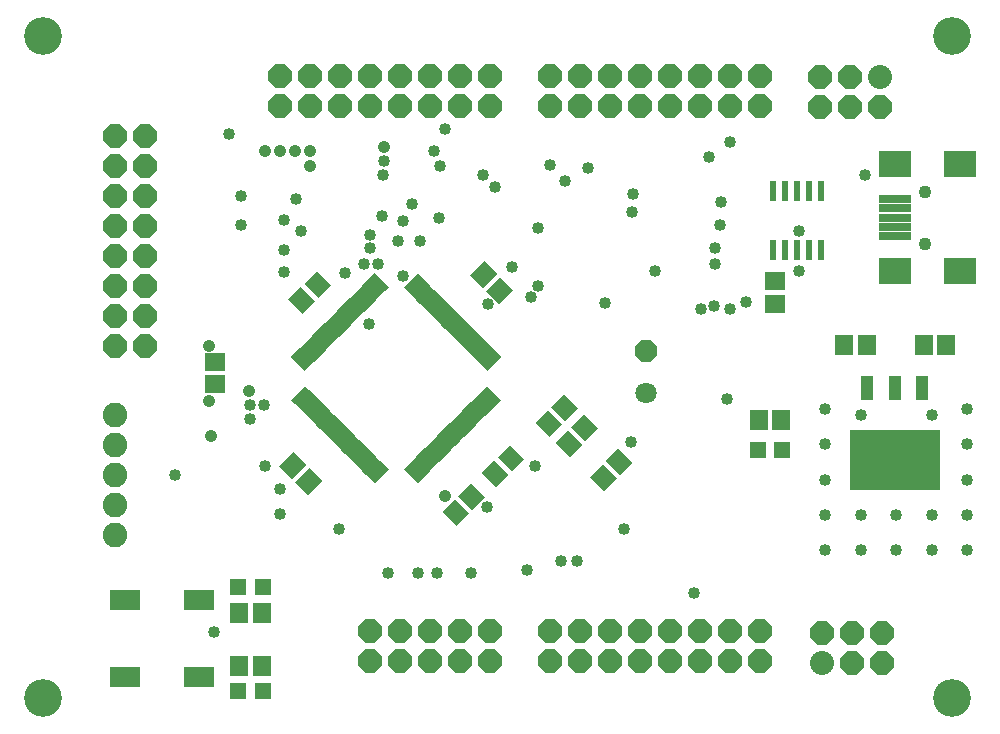
<source format=gbr>
G04 EAGLE Gerber RS-274X export*
G75*
%MOMM*%
%FSLAX34Y34*%
%LPD*%
%INSoldermask Top*%
%IPPOS*%
%AMOC8*
5,1,8,0,0,1.08239X$1,22.5*%
G01*
%ADD10C,3.203200*%
%ADD11R,7.620000X5.080000*%
%ADD12R,1.503200X1.703200*%
%ADD13R,1.678200X0.503200*%
%ADD14R,1.703200X1.503200*%
%ADD15P,1.951982X8X112.500000*%
%ADD16C,1.803400*%
%ADD17R,1.403200X1.403200*%
%ADD18R,2.703200X0.703200*%
%ADD19R,2.703200X2.203200*%
%ADD20C,1.103200*%
%ADD21R,0.603200X1.703197*%
%ADD22R,1.103200X2.103200*%
%ADD23R,3.403200X2.103200*%
%ADD24P,2.199416X8X202.500000*%
%ADD25P,2.199416X8X112.500000*%
%ADD26P,2.199416X8X22.500000*%
%ADD27R,2.503200X1.803200*%
%ADD28C,2.032000*%
%ADD29C,2.082800*%
%ADD30C,1.011200*%
%ADD31C,1.061200*%


D10*
X40000Y40000D03*
X40000Y600000D03*
X810000Y40000D03*
X810000Y600000D03*
D11*
X762000Y241300D03*
D12*
G36*
X265885Y234355D02*
X276514Y223726D01*
X264471Y211683D01*
X253842Y222312D01*
X265885Y234355D01*
G37*
G36*
X252450Y247790D02*
X263079Y237161D01*
X251036Y225118D01*
X240407Y235747D01*
X252450Y247790D01*
G37*
G36*
X412681Y386763D02*
X402052Y397392D01*
X414095Y409435D01*
X424724Y398806D01*
X412681Y386763D01*
G37*
G36*
X426116Y373328D02*
X415487Y383957D01*
X427530Y396000D01*
X438159Y385371D01*
X426116Y373328D01*
G37*
G36*
X434339Y228753D02*
X423710Y218124D01*
X411667Y230167D01*
X422296Y240796D01*
X434339Y228753D01*
G37*
G36*
X447774Y242188D02*
X437145Y231559D01*
X425102Y243602D01*
X435731Y254231D01*
X447774Y242188D01*
G37*
G36*
X400958Y196007D02*
X390329Y185378D01*
X378286Y197421D01*
X388915Y208050D01*
X400958Y196007D01*
G37*
G36*
X414393Y209442D02*
X403764Y198813D01*
X391721Y210856D01*
X402350Y221485D01*
X414393Y209442D01*
G37*
G36*
X270699Y375702D02*
X260070Y365073D01*
X248027Y377116D01*
X258656Y387745D01*
X270699Y375702D01*
G37*
G36*
X284134Y389137D02*
X273505Y378508D01*
X261462Y390551D01*
X272091Y401180D01*
X284134Y389137D01*
G37*
D13*
G36*
X265762Y300656D02*
X253896Y288790D01*
X250338Y292348D01*
X262204Y304214D01*
X265762Y300656D01*
G37*
G36*
X269298Y297120D02*
X257432Y285254D01*
X253874Y288812D01*
X265740Y300678D01*
X269298Y297120D01*
G37*
G36*
X272833Y293585D02*
X260967Y281719D01*
X257409Y285277D01*
X269275Y297143D01*
X272833Y293585D01*
G37*
G36*
X276369Y290049D02*
X264503Y278183D01*
X260945Y281741D01*
X272811Y293607D01*
X276369Y290049D01*
G37*
G36*
X279905Y286514D02*
X268039Y274648D01*
X264481Y278206D01*
X276347Y290072D01*
X279905Y286514D01*
G37*
G36*
X283440Y282978D02*
X271574Y271112D01*
X268016Y274670D01*
X279882Y286536D01*
X283440Y282978D01*
G37*
G36*
X286976Y279443D02*
X275110Y267577D01*
X271552Y271135D01*
X283418Y283001D01*
X286976Y279443D01*
G37*
G36*
X290511Y275907D02*
X278645Y264041D01*
X275087Y267599D01*
X286953Y279465D01*
X290511Y275907D01*
G37*
G36*
X294047Y272372D02*
X282181Y260506D01*
X278623Y264064D01*
X290489Y275930D01*
X294047Y272372D01*
G37*
G36*
X297582Y268836D02*
X285716Y256970D01*
X282158Y260528D01*
X294024Y272394D01*
X297582Y268836D01*
G37*
G36*
X301118Y265301D02*
X289252Y253435D01*
X285694Y256993D01*
X297560Y268859D01*
X301118Y265301D01*
G37*
G36*
X304653Y261765D02*
X292787Y249899D01*
X289229Y253457D01*
X301095Y265323D01*
X304653Y261765D01*
G37*
G36*
X308189Y258230D02*
X296323Y246364D01*
X292765Y249922D01*
X304631Y261788D01*
X308189Y258230D01*
G37*
G36*
X311724Y254694D02*
X299858Y242828D01*
X296300Y246386D01*
X308166Y258252D01*
X311724Y254694D01*
G37*
G36*
X315260Y251159D02*
X303394Y239293D01*
X299836Y242851D01*
X311702Y254717D01*
X315260Y251159D01*
G37*
G36*
X318795Y247623D02*
X306929Y235757D01*
X303371Y239315D01*
X315237Y251181D01*
X318795Y247623D01*
G37*
G36*
X322331Y244087D02*
X310465Y232221D01*
X306907Y235779D01*
X318773Y247645D01*
X322331Y244087D01*
G37*
G36*
X325866Y240552D02*
X314000Y228686D01*
X310442Y232244D01*
X322308Y244110D01*
X325866Y240552D01*
G37*
G36*
X329402Y237016D02*
X317536Y225150D01*
X313978Y228708D01*
X325844Y240574D01*
X329402Y237016D01*
G37*
G36*
X332938Y233481D02*
X321072Y221615D01*
X317514Y225173D01*
X329380Y237039D01*
X332938Y233481D01*
G37*
G36*
X349186Y237039D02*
X361052Y225173D01*
X357494Y221615D01*
X345628Y233481D01*
X349186Y237039D01*
G37*
G36*
X352722Y240574D02*
X364588Y228708D01*
X361030Y225150D01*
X349164Y237016D01*
X352722Y240574D01*
G37*
G36*
X356257Y244110D02*
X368123Y232244D01*
X364565Y228686D01*
X352699Y240552D01*
X356257Y244110D01*
G37*
G36*
X359793Y247645D02*
X371659Y235779D01*
X368101Y232221D01*
X356235Y244087D01*
X359793Y247645D01*
G37*
G36*
X363328Y251181D02*
X375194Y239315D01*
X371636Y235757D01*
X359770Y247623D01*
X363328Y251181D01*
G37*
G36*
X366864Y254717D02*
X378730Y242851D01*
X375172Y239293D01*
X363306Y251159D01*
X366864Y254717D01*
G37*
G36*
X370399Y258252D02*
X382265Y246386D01*
X378707Y242828D01*
X366841Y254694D01*
X370399Y258252D01*
G37*
G36*
X373935Y261788D02*
X385801Y249922D01*
X382243Y246364D01*
X370377Y258230D01*
X373935Y261788D01*
G37*
G36*
X377470Y265323D02*
X389336Y253457D01*
X385778Y249899D01*
X373912Y261765D01*
X377470Y265323D01*
G37*
G36*
X381006Y268859D02*
X392872Y256993D01*
X389314Y253435D01*
X377448Y265301D01*
X381006Y268859D01*
G37*
G36*
X384541Y272394D02*
X396407Y260528D01*
X392849Y256970D01*
X380983Y268836D01*
X384541Y272394D01*
G37*
G36*
X388077Y275930D02*
X399943Y264064D01*
X396385Y260506D01*
X384519Y272372D01*
X388077Y275930D01*
G37*
G36*
X391613Y279465D02*
X403479Y267599D01*
X399921Y264041D01*
X388055Y275907D01*
X391613Y279465D01*
G37*
G36*
X395148Y283001D02*
X407014Y271135D01*
X403456Y267577D01*
X391590Y279443D01*
X395148Y283001D01*
G37*
G36*
X398684Y286536D02*
X410550Y274670D01*
X406992Y271112D01*
X395126Y282978D01*
X398684Y286536D01*
G37*
G36*
X402219Y290072D02*
X414085Y278206D01*
X410527Y274648D01*
X398661Y286514D01*
X402219Y290072D01*
G37*
G36*
X405755Y293607D02*
X417621Y281741D01*
X414063Y278183D01*
X402197Y290049D01*
X405755Y293607D01*
G37*
G36*
X409290Y297143D02*
X421156Y285277D01*
X417598Y281719D01*
X405732Y293585D01*
X409290Y297143D01*
G37*
G36*
X412826Y300678D02*
X424692Y288812D01*
X421134Y285254D01*
X409268Y297120D01*
X412826Y300678D01*
G37*
G36*
X416361Y304214D02*
X428227Y292348D01*
X424669Y288790D01*
X412803Y300656D01*
X416361Y304214D01*
G37*
G36*
X428227Y328771D02*
X416361Y316905D01*
X412803Y320463D01*
X424669Y332329D01*
X428227Y328771D01*
G37*
G36*
X424692Y332306D02*
X412826Y320440D01*
X409268Y323998D01*
X421134Y335864D01*
X424692Y332306D01*
G37*
G36*
X421156Y335842D02*
X409290Y323976D01*
X405732Y327534D01*
X417598Y339400D01*
X421156Y335842D01*
G37*
G36*
X417621Y339377D02*
X405755Y327511D01*
X402197Y331069D01*
X414063Y342935D01*
X417621Y339377D01*
G37*
G36*
X414085Y342913D02*
X402219Y331047D01*
X398661Y334605D01*
X410527Y346471D01*
X414085Y342913D01*
G37*
G36*
X410550Y346448D02*
X398684Y334582D01*
X395126Y338140D01*
X406992Y350006D01*
X410550Y346448D01*
G37*
G36*
X407014Y349984D02*
X395148Y338118D01*
X391590Y341676D01*
X403456Y353542D01*
X407014Y349984D01*
G37*
G36*
X403479Y353519D02*
X391613Y341653D01*
X388055Y345211D01*
X399921Y357077D01*
X403479Y353519D01*
G37*
G36*
X399943Y357055D02*
X388077Y345189D01*
X384519Y348747D01*
X396385Y360613D01*
X399943Y357055D01*
G37*
G36*
X396407Y360590D02*
X384541Y348724D01*
X380983Y352282D01*
X392849Y364148D01*
X396407Y360590D01*
G37*
G36*
X392872Y364126D02*
X381006Y352260D01*
X377448Y355818D01*
X389314Y367684D01*
X392872Y364126D01*
G37*
G36*
X389336Y367661D02*
X377470Y355795D01*
X373912Y359353D01*
X385778Y371219D01*
X389336Y367661D01*
G37*
G36*
X385801Y371197D02*
X373935Y359331D01*
X370377Y362889D01*
X382243Y374755D01*
X385801Y371197D01*
G37*
G36*
X382265Y374733D02*
X370399Y362867D01*
X366841Y366425D01*
X378707Y378291D01*
X382265Y374733D01*
G37*
G36*
X378730Y378268D02*
X366864Y366402D01*
X363306Y369960D01*
X375172Y381826D01*
X378730Y378268D01*
G37*
G36*
X375194Y381804D02*
X363328Y369938D01*
X359770Y373496D01*
X371636Y385362D01*
X375194Y381804D01*
G37*
G36*
X371659Y385339D02*
X359793Y373473D01*
X356235Y377031D01*
X368101Y388897D01*
X371659Y385339D01*
G37*
G36*
X368123Y388875D02*
X356257Y377009D01*
X352699Y380567D01*
X364565Y392433D01*
X368123Y388875D01*
G37*
G36*
X364588Y392410D02*
X352722Y380544D01*
X349164Y384102D01*
X361030Y395968D01*
X364588Y392410D01*
G37*
G36*
X361052Y395946D02*
X349186Y384080D01*
X345628Y387638D01*
X357494Y399504D01*
X361052Y395946D01*
G37*
G36*
X321072Y399504D02*
X332938Y387638D01*
X329380Y384080D01*
X317514Y395946D01*
X321072Y399504D01*
G37*
G36*
X317536Y395968D02*
X329402Y384102D01*
X325844Y380544D01*
X313978Y392410D01*
X317536Y395968D01*
G37*
G36*
X314000Y392433D02*
X325866Y380567D01*
X322308Y377009D01*
X310442Y388875D01*
X314000Y392433D01*
G37*
G36*
X310465Y388897D02*
X322331Y377031D01*
X318773Y373473D01*
X306907Y385339D01*
X310465Y388897D01*
G37*
G36*
X306929Y385362D02*
X318795Y373496D01*
X315237Y369938D01*
X303371Y381804D01*
X306929Y385362D01*
G37*
G36*
X303394Y381826D02*
X315260Y369960D01*
X311702Y366402D01*
X299836Y378268D01*
X303394Y381826D01*
G37*
G36*
X299858Y378291D02*
X311724Y366425D01*
X308166Y362867D01*
X296300Y374733D01*
X299858Y378291D01*
G37*
G36*
X296323Y374755D02*
X308189Y362889D01*
X304631Y359331D01*
X292765Y371197D01*
X296323Y374755D01*
G37*
G36*
X292787Y371219D02*
X304653Y359353D01*
X301095Y355795D01*
X289229Y367661D01*
X292787Y371219D01*
G37*
G36*
X289252Y367684D02*
X301118Y355818D01*
X297560Y352260D01*
X285694Y364126D01*
X289252Y367684D01*
G37*
G36*
X285716Y364148D02*
X297582Y352282D01*
X294024Y348724D01*
X282158Y360590D01*
X285716Y364148D01*
G37*
G36*
X282181Y360613D02*
X294047Y348747D01*
X290489Y345189D01*
X278623Y357055D01*
X282181Y360613D01*
G37*
G36*
X278645Y357077D02*
X290511Y345211D01*
X286953Y341653D01*
X275087Y353519D01*
X278645Y357077D01*
G37*
G36*
X275110Y353542D02*
X286976Y341676D01*
X283418Y338118D01*
X271552Y349984D01*
X275110Y353542D01*
G37*
G36*
X271574Y350006D02*
X283440Y338140D01*
X279882Y334582D01*
X268016Y346448D01*
X271574Y350006D01*
G37*
G36*
X268039Y346471D02*
X279905Y334605D01*
X276347Y331047D01*
X264481Y342913D01*
X268039Y346471D01*
G37*
G36*
X264503Y342935D02*
X276369Y331069D01*
X272811Y327511D01*
X260945Y339377D01*
X264503Y342935D01*
G37*
G36*
X260967Y339400D02*
X272833Y327534D01*
X269275Y323976D01*
X257409Y335842D01*
X260967Y339400D01*
G37*
G36*
X257432Y335864D02*
X269298Y323998D01*
X265740Y320440D01*
X253874Y332306D01*
X257432Y335864D01*
G37*
G36*
X253896Y332329D02*
X265762Y320463D01*
X262204Y316905D01*
X250338Y328771D01*
X253896Y332329D01*
G37*
D14*
X185553Y324108D03*
X185553Y305108D03*
D15*
X550380Y333055D03*
D16*
X550380Y297495D03*
D17*
X666290Y249550D03*
X645290Y249550D03*
D12*
X646290Y274950D03*
X665290Y274950D03*
G36*
X526046Y225578D02*
X515417Y214949D01*
X503374Y226992D01*
X514003Y237621D01*
X526046Y225578D01*
G37*
G36*
X539481Y239013D02*
X528852Y228384D01*
X516809Y240427D01*
X527438Y251056D01*
X539481Y239013D01*
G37*
G36*
X487469Y269132D02*
X498098Y279761D01*
X510141Y267718D01*
X499512Y257089D01*
X487469Y269132D01*
G37*
G36*
X470498Y286103D02*
X481127Y296732D01*
X493170Y284689D01*
X482541Y274060D01*
X470498Y286103D01*
G37*
G36*
X457063Y272668D02*
X467692Y283297D01*
X479735Y271254D01*
X469106Y260625D01*
X457063Y272668D01*
G37*
G36*
X474034Y255697D02*
X484663Y266326D01*
X496706Y254283D01*
X486077Y243654D01*
X474034Y255697D01*
G37*
D18*
X761600Y446400D03*
X761600Y438400D03*
X761600Y462400D03*
X761600Y454400D03*
D19*
X816600Y491400D03*
X816600Y401400D03*
X761600Y491400D03*
X761600Y401400D03*
D18*
X761600Y430400D03*
D20*
X786600Y424400D03*
X786600Y468400D03*
D21*
X698650Y468861D03*
X678330Y468861D03*
X688650Y468861D03*
X668650Y468861D03*
X658650Y468861D03*
X658650Y418859D03*
X668650Y418859D03*
X678330Y418859D03*
X688650Y418859D03*
X698650Y418859D03*
D14*
X659600Y392400D03*
X659600Y373400D03*
D22*
X784200Y301800D03*
X761200Y301800D03*
X738200Y301800D03*
D23*
X761200Y240800D03*
D24*
X418300Y566100D03*
X392900Y566100D03*
X367500Y566100D03*
X342100Y566100D03*
X316700Y566100D03*
X291300Y566100D03*
X418300Y540700D03*
X392900Y540700D03*
X367500Y540700D03*
X342100Y540700D03*
X316700Y540700D03*
X291300Y540700D03*
X265900Y566100D03*
X240500Y566100D03*
X265900Y540700D03*
X240500Y540700D03*
X646900Y96200D03*
X621500Y96200D03*
X596100Y96200D03*
X570700Y96200D03*
X545300Y96200D03*
X519900Y96200D03*
X646900Y70800D03*
X621500Y70800D03*
X596100Y70800D03*
X570700Y70800D03*
X545300Y70800D03*
X519900Y70800D03*
X494500Y96200D03*
X469100Y96200D03*
X494500Y70800D03*
X469100Y70800D03*
D25*
X126200Y337500D03*
X126200Y362900D03*
X126200Y388300D03*
X126200Y413700D03*
X126200Y439100D03*
X126200Y464500D03*
X100800Y337500D03*
X100800Y362900D03*
X100800Y388300D03*
X100800Y413700D03*
X100800Y439100D03*
X100800Y464500D03*
X126200Y489900D03*
X126200Y515300D03*
X100800Y489900D03*
X100800Y515300D03*
D26*
X316700Y70800D03*
X342100Y70800D03*
X367500Y70800D03*
X392900Y70800D03*
X418300Y70800D03*
X316700Y96200D03*
X342100Y96200D03*
X367500Y96200D03*
X392900Y96200D03*
X418300Y96200D03*
X469100Y540700D03*
X494500Y540700D03*
X519900Y540700D03*
X545300Y540700D03*
X570700Y540700D03*
X596100Y540700D03*
X469100Y566100D03*
X494500Y566100D03*
X519900Y566100D03*
X545300Y566100D03*
X570700Y566100D03*
X596100Y566100D03*
X621500Y540700D03*
X646900Y540700D03*
X621500Y566100D03*
X646900Y566100D03*
D12*
X718690Y338620D03*
X737690Y338620D03*
X805000Y338620D03*
X786000Y338620D03*
D17*
X205600Y133900D03*
X226600Y133900D03*
D12*
X206320Y111900D03*
X225320Y111900D03*
D17*
X205600Y45800D03*
X226600Y45800D03*
D12*
X206320Y66800D03*
X225320Y66800D03*
D27*
X172600Y57700D03*
X109600Y57700D03*
X172600Y122900D03*
X109600Y122900D03*
D28*
X699450Y69380D03*
D26*
X724850Y69380D03*
X750250Y69380D03*
X699450Y94780D03*
X724850Y94780D03*
X750250Y94780D03*
D28*
X749300Y565150D03*
D24*
X723900Y565150D03*
X698500Y565150D03*
X749300Y539750D03*
X723900Y539750D03*
X698500Y539750D03*
D29*
X101600Y177800D03*
X101600Y203200D03*
X101600Y228600D03*
X101600Y254000D03*
X101600Y279400D03*
D30*
X437350Y404810D03*
X558000Y401000D03*
X240500Y195260D03*
X240500Y216850D03*
X619595Y292415D03*
D31*
X380200Y210500D03*
X181060Y290702D03*
D30*
X227800Y235900D03*
X415760Y200975D03*
X417030Y373060D03*
X316065Y356550D03*
X456400Y235900D03*
X538315Y256220D03*
X635470Y375280D03*
D31*
X182576Y261161D03*
D30*
X702700Y164600D03*
X732700Y164600D03*
X762700Y164600D03*
X792700Y164600D03*
X822700Y164600D03*
X822700Y194600D03*
X792700Y194600D03*
X762700Y194600D03*
X732700Y194600D03*
X702700Y194600D03*
X702700Y224600D03*
X822700Y224600D03*
X822700Y254600D03*
X822700Y284600D03*
X702700Y254600D03*
X702700Y284600D03*
X732700Y279520D03*
X792700Y279520D03*
X736600Y482600D03*
X185420Y95250D03*
X152400Y228600D03*
D31*
X181060Y337500D03*
D30*
X352370Y457510D03*
X422539Y472549D03*
X327130Y447845D03*
X413014Y482074D03*
X317500Y431800D03*
X680720Y401320D03*
X680720Y434691D03*
X469735Y490535D03*
D31*
X265900Y489900D03*
X265900Y502600D03*
X253200Y502600D03*
D30*
X539585Y466405D03*
X481800Y477200D03*
D31*
X240500Y502600D03*
X227800Y502600D03*
D30*
X290665Y182560D03*
X478625Y155890D03*
X492595Y155890D03*
X531965Y182560D03*
X323685Y407350D03*
X312255Y407350D03*
X450050Y147635D03*
X516090Y374330D03*
X597370Y368615D03*
X459575Y388300D03*
X621500Y368615D03*
X453225Y379410D03*
X608165Y371155D03*
X316700Y420845D03*
X609435Y407350D03*
X591655Y128585D03*
X295745Y399095D03*
X227165Y287335D03*
X215100Y275905D03*
X215100Y287335D03*
D31*
X214465Y299400D03*
D30*
X244310Y400365D03*
X244310Y418780D03*
X258280Y434655D03*
X244310Y444180D03*
X254470Y461960D03*
X328448Y482598D03*
X328765Y494345D03*
D31*
X328765Y506410D03*
D30*
X376390Y489900D03*
X371310Y502600D03*
X208115Y439735D03*
X538950Y451165D03*
X208115Y464500D03*
X332575Y145730D03*
X357975Y145730D03*
X373850Y145730D03*
X402425Y145095D03*
X344830Y443515D03*
X197320Y517205D03*
X380200Y521650D03*
X609435Y420685D03*
X613245Y440370D03*
X359785Y426765D03*
X375120Y446085D03*
X458940Y437830D03*
X501485Y488630D03*
X614515Y459420D03*
X603720Y497520D03*
X621500Y510220D03*
X344640Y396555D03*
X340735Y426845D03*
M02*

</source>
